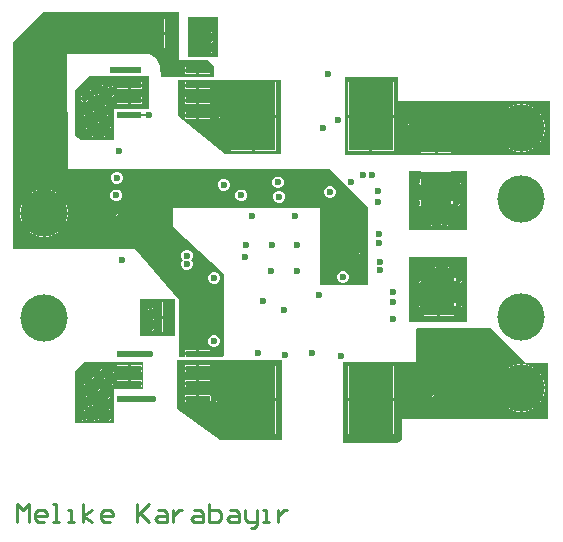
<source format=gtl>
G04*
G04 #@! TF.GenerationSoftware,Altium Limited,Altium Designer,23.3.1 (30)*
G04*
G04 Layer_Physical_Order=1*
G04 Layer_Color=255*
%FSLAX44Y44*%
%MOMM*%
G71*
G04*
G04 #@! TF.SameCoordinates,8D2347DA-786F-44A1-B396-5F802EE38B7C*
G04*
G04*
G04 #@! TF.FilePolarity,Positive*
G04*
G01*
G75*
%ADD10C,0.2000*%
%ADD11C,0.2540*%
%ADD12R,2.1000X0.6000*%
%ADD13R,0.9000X2.5000*%
%ADD14R,3.8500X5.8000*%
%ADD15R,2.5500X3.7500*%
%ADD22C,0.5000*%
%ADD23C,4.0000*%
%ADD24C,0.6000*%
G36*
X193000Y420000D02*
X185197D01*
X185000Y420039D01*
X168000D01*
Y454000D01*
X193000D01*
Y420000D01*
D02*
G37*
G36*
X160000Y433000D02*
Y418000D01*
X185000D01*
X190000Y413000D01*
Y403039D01*
X164000D01*
X163803Y403000D01*
X145000D01*
X144259Y413000D01*
X140457Y419023D01*
X134384Y422875D01*
X125000Y423000D01*
X65000Y423000D01*
X66355Y325034D01*
X287966D01*
X301711Y311289D01*
X301761Y311168D01*
X303168Y309761D01*
X303289Y309711D01*
X320000Y293000D01*
Y227000D01*
X280000D01*
Y293000D01*
X278725Y291992D01*
X155000D01*
Y276000D01*
X197956Y236222D01*
X198185Y167456D01*
X196773Y166039D01*
X188496D01*
X186500Y166050D01*
X186500Y167780D01*
X165500D01*
Y166050D01*
X163505Y166039D01*
X160000D01*
Y198000D01*
X160000Y214364D01*
X123077Y258000D01*
X20000D01*
Y433000D01*
X45000Y458000D01*
X160000D01*
Y433000D01*
D02*
G37*
G36*
X135000Y376000D02*
X105000D01*
X105000Y350000D01*
X77500D01*
X72000Y353667D01*
Y392000D01*
X84000Y404000D01*
X135000D01*
Y376000D01*
D02*
G37*
G36*
X246500Y337750D02*
X198730D01*
X159750Y370579D01*
Y400961D01*
X163803D01*
X164000Y401000D01*
X164201D01*
X246500D01*
Y337750D01*
D02*
G37*
G36*
X346000Y383000D02*
X474000D01*
Y337000D01*
X301000D01*
Y403000D01*
X346000D01*
Y383000D01*
D02*
G37*
G36*
X404000Y274000D02*
X355000D01*
Y324000D01*
X365202D01*
X365250Y322750D01*
X365250Y322730D01*
Y317789D01*
X363980Y317263D01*
X363699Y317543D01*
X363270Y317721D01*
Y315000D01*
Y312279D01*
X363699Y312457D01*
X363980Y312737D01*
X365250Y312211D01*
Y305270D01*
X378000D01*
X390750D01*
Y322730D01*
X390750Y322750D01*
X390798Y324000D01*
X404000D01*
Y274000D01*
D02*
G37*
G36*
X404000Y196000D02*
X355000D01*
Y251000D01*
X404000D01*
Y196000D01*
D02*
G37*
G36*
X157000Y214752D02*
Y184000D01*
X127000D01*
Y215000D01*
X156790D01*
X157000Y214752D01*
D02*
G37*
G36*
X247168Y163761D02*
X247500Y163624D01*
Y96000D01*
X194500D01*
X158500Y122000D01*
Y164000D01*
X196777D01*
X196777Y164000D01*
X196777Y164000D01*
X246929D01*
X247168Y163761D01*
D02*
G37*
G36*
X130000Y139000D02*
X105000D01*
Y110000D01*
X72500Y110000D01*
Y154500D01*
X80000Y162000D01*
X130000D01*
Y139000D01*
D02*
G37*
G36*
X454000Y161000D02*
X473000D01*
Y114000D01*
X349000D01*
Y96000D01*
X345000Y93000D01*
X299000D01*
Y162000D01*
X361000D01*
Y190000D01*
X362000Y191000D01*
X424000D01*
X454000Y161000D01*
D02*
G37*
%LPC*%
G36*
X187270Y445721D02*
Y444270D01*
X188721D01*
X188543Y444699D01*
X187699Y445543D01*
X187270Y445721D01*
D02*
G37*
G36*
X184730D02*
X184301Y445543D01*
X183457Y444699D01*
X183279Y444270D01*
X184730D01*
Y445721D01*
D02*
G37*
G36*
X179000Y452500D02*
X175770D01*
Y441270D01*
X179000D01*
Y452500D01*
D02*
G37*
G36*
X173230D02*
X170000D01*
Y441270D01*
X173230D01*
Y452500D01*
D02*
G37*
G36*
X188721Y441730D02*
X187270D01*
Y440279D01*
X187699Y440457D01*
X188543Y441301D01*
X188721Y441730D01*
D02*
G37*
G36*
X184730D02*
X183279D01*
X183457Y441301D01*
X184301Y440457D01*
X184730Y440279D01*
Y441730D01*
D02*
G37*
G36*
X187270Y437721D02*
Y436270D01*
X188721D01*
X188543Y436699D01*
X187699Y437543D01*
X187270Y437721D01*
D02*
G37*
G36*
X184730D02*
X184301Y437543D01*
X183457Y436699D01*
X183279Y436270D01*
X184730D01*
Y437721D01*
D02*
G37*
G36*
X188721Y433730D02*
X187270D01*
Y432279D01*
X187699Y432457D01*
X188543Y433301D01*
X188721Y433730D01*
D02*
G37*
G36*
X184730D02*
X183279D01*
X183457Y433301D01*
X184301Y432457D01*
X184730Y432279D01*
Y433730D01*
D02*
G37*
G36*
X179000Y438730D02*
X175770D01*
Y427500D01*
X179000D01*
Y438730D01*
D02*
G37*
G36*
X173230D02*
X170000D01*
Y427500D01*
X173230D01*
Y438730D01*
D02*
G37*
G36*
X187270Y428721D02*
Y427270D01*
X188721D01*
X188543Y427699D01*
X187699Y428543D01*
X187270Y428721D01*
D02*
G37*
G36*
X184730D02*
X184301Y428543D01*
X183457Y427699D01*
X183279Y427270D01*
X184730D01*
Y428721D01*
D02*
G37*
G36*
X188721Y424730D02*
X187270D01*
Y423279D01*
X187699Y423457D01*
X188543Y424301D01*
X188721Y424730D01*
D02*
G37*
G36*
X184730D02*
X183279D01*
X183457Y424301D01*
X184301Y423457D01*
X184730Y423279D01*
Y424730D01*
D02*
G37*
G36*
X148000Y452500D02*
X144770D01*
Y441270D01*
X148000D01*
Y452500D01*
D02*
G37*
G36*
X142230D02*
X139000D01*
Y441270D01*
X142230D01*
Y452500D01*
D02*
G37*
G36*
X148000Y438730D02*
X144770D01*
Y427500D01*
X148000D01*
Y438730D01*
D02*
G37*
G36*
X142230D02*
X139000D01*
Y427500D01*
X142230D01*
Y438730D01*
D02*
G37*
G36*
X186500Y412000D02*
X177270D01*
Y410270D01*
X186500D01*
Y412000D01*
D02*
G37*
G36*
X174730D02*
X165500D01*
Y410270D01*
X174730D01*
Y412000D01*
D02*
G37*
G36*
X186500Y407730D02*
X177270D01*
Y406000D01*
X186500D01*
Y407730D01*
D02*
G37*
G36*
X174730D02*
X165500D01*
Y406000D01*
X174730D01*
Y407730D01*
D02*
G37*
G36*
X108495Y323000D02*
X106505D01*
X104668Y322239D01*
X103261Y320832D01*
X102500Y318995D01*
Y317005D01*
X103261Y315168D01*
X104668Y313761D01*
X106505Y313000D01*
X108495D01*
X110332Y313761D01*
X111739Y315168D01*
X112500Y317005D01*
Y318995D01*
X111739Y320832D01*
X110332Y322239D01*
X108495Y323000D01*
D02*
G37*
G36*
X244995Y319000D02*
X243005D01*
X241168Y318239D01*
X239761Y316832D01*
X239000Y314995D01*
Y313005D01*
X239761Y311168D01*
X241168Y309761D01*
X243005Y309000D01*
X244995D01*
X246832Y309761D01*
X248239Y311168D01*
X249000Y313005D01*
Y314995D01*
X248239Y316832D01*
X246832Y318239D01*
X244995Y319000D01*
D02*
G37*
G36*
X198995Y317000D02*
X197005D01*
X195168Y316239D01*
X193761Y314832D01*
X193000Y312995D01*
Y311005D01*
X193761Y309168D01*
X195168Y307761D01*
X197005Y307000D01*
X198995D01*
X200832Y307761D01*
X202239Y309168D01*
X203000Y311005D01*
Y312995D01*
X202239Y314832D01*
X200832Y316239D01*
X198995Y317000D01*
D02*
G37*
G36*
X288995Y311000D02*
X287005D01*
X285168Y310239D01*
X283761Y308832D01*
X283000Y306995D01*
Y305005D01*
X283761Y303168D01*
X285168Y301761D01*
X287005Y301000D01*
X288995D01*
X290832Y301761D01*
X292239Y303168D01*
X293000Y305005D01*
Y306995D01*
X292239Y308832D01*
X290832Y310239D01*
X288995Y311000D01*
D02*
G37*
G36*
X213995Y308000D02*
X212005D01*
X210168Y307239D01*
X208761Y305832D01*
X208000Y303995D01*
Y302005D01*
X208761Y300168D01*
X210168Y298761D01*
X212005Y298000D01*
X213995D01*
X215832Y298761D01*
X217239Y300168D01*
X218000Y302005D01*
Y303995D01*
X217239Y305832D01*
X215832Y307239D01*
X213995Y308000D01*
D02*
G37*
G36*
X107995D02*
X106005D01*
X104168Y307239D01*
X102761Y305832D01*
X102000Y303995D01*
Y302005D01*
X102761Y300168D01*
X104168Y298761D01*
X106005Y298000D01*
X107995D01*
X109832Y298761D01*
X111239Y300168D01*
X112000Y302005D01*
Y303995D01*
X111239Y305832D01*
X109832Y307239D01*
X107995Y308000D01*
D02*
G37*
G36*
X245995Y307000D02*
X244005D01*
X242168Y306239D01*
X240761Y304832D01*
X240000Y302995D01*
Y301005D01*
X240761Y299168D01*
X242168Y297761D01*
X244005Y297000D01*
X245995D01*
X247832Y297761D01*
X249239Y299168D01*
X250000Y301005D01*
Y302995D01*
X249239Y304832D01*
X247832Y306239D01*
X245995Y307000D01*
D02*
G37*
G36*
X106770Y291221D02*
Y289770D01*
X108221D01*
X108043Y290199D01*
X107199Y291043D01*
X106770Y291221D01*
D02*
G37*
G36*
X104230D02*
X103801Y291043D01*
X102957Y290199D01*
X102779Y289770D01*
X104230D01*
Y291221D01*
D02*
G37*
G36*
X47970Y308000D02*
X47270D01*
Y289270D01*
X66000D01*
Y289970D01*
X65231Y293834D01*
X63724Y297474D01*
X61535Y300749D01*
X58749Y303535D01*
X55473Y305724D01*
X51834Y307231D01*
X47970Y308000D01*
D02*
G37*
G36*
X44730D02*
X44030D01*
X40166Y307231D01*
X36527Y305724D01*
X33251Y303535D01*
X30465Y300749D01*
X28276Y297474D01*
X26769Y293834D01*
X26000Y289970D01*
Y289270D01*
X44730D01*
Y308000D01*
D02*
G37*
G36*
X108221Y287230D02*
X106770D01*
Y285779D01*
X107199Y285957D01*
X108043Y286801D01*
X108221Y287230D01*
D02*
G37*
G36*
X104230D02*
X102779D01*
X102957Y286801D01*
X103801Y285957D01*
X104230Y285779D01*
Y287230D01*
D02*
G37*
G36*
X66000Y286730D02*
X47270D01*
Y268000D01*
X47970D01*
X51834Y268769D01*
X55473Y270276D01*
X58749Y272465D01*
X61535Y275251D01*
X63724Y278526D01*
X65231Y282166D01*
X66000Y286030D01*
Y286730D01*
D02*
G37*
G36*
X44730D02*
X26000D01*
Y286030D01*
X26769Y282166D01*
X28276Y278526D01*
X30465Y275251D01*
X33251Y272465D01*
X36527Y270276D01*
X40166Y268769D01*
X44030Y268000D01*
X44730D01*
Y286730D01*
D02*
G37*
G36*
X312270Y258721D02*
Y257270D01*
X313721D01*
X313543Y257699D01*
X312699Y258543D01*
X312270Y258721D01*
D02*
G37*
G36*
X309730D02*
X309301Y258543D01*
X308457Y257699D01*
X308279Y257270D01*
X309730D01*
Y258721D01*
D02*
G37*
G36*
X313721Y254730D02*
X312270D01*
Y253279D01*
X312699Y253457D01*
X313543Y254301D01*
X313721Y254730D01*
D02*
G37*
G36*
X309730D02*
X308279D01*
X308457Y254301D01*
X309301Y253457D01*
X309730Y253279D01*
Y254730D01*
D02*
G37*
G36*
X167745Y257000D02*
X165756D01*
X163918Y256239D01*
X162511Y254832D01*
X161750Y252995D01*
Y251005D01*
X162511Y249168D01*
X163179Y248500D01*
X162511Y247832D01*
X161750Y245995D01*
Y244006D01*
X162511Y242168D01*
X163918Y240761D01*
X165756Y240000D01*
X167745D01*
X169582Y240761D01*
X170989Y242168D01*
X171750Y244006D01*
Y245995D01*
X170989Y247832D01*
X170321Y248500D01*
X170989Y249168D01*
X171750Y251005D01*
Y252995D01*
X170989Y254832D01*
X169582Y256239D01*
X167745Y257000D01*
D02*
G37*
G36*
X299995Y239000D02*
X298005D01*
X296168Y238239D01*
X294761Y236832D01*
X294000Y234995D01*
Y233005D01*
X294761Y231168D01*
X296168Y229761D01*
X298005Y229000D01*
X299995D01*
X301832Y229761D01*
X303239Y231168D01*
X304000Y233005D01*
Y234995D01*
X303239Y236832D01*
X301832Y238239D01*
X299995Y239000D01*
D02*
G37*
G36*
X190995Y238000D02*
X189005D01*
X187168Y237239D01*
X185761Y235832D01*
X185000Y233995D01*
Y232005D01*
X185761Y230168D01*
X187168Y228761D01*
X189005Y228000D01*
X190995D01*
X192832Y228761D01*
X194239Y230168D01*
X195000Y232005D01*
Y233995D01*
X194239Y235832D01*
X192832Y237239D01*
X190995Y238000D01*
D02*
G37*
G36*
X186000Y212500D02*
X182770D01*
Y201270D01*
X186000D01*
Y212500D01*
D02*
G37*
G36*
X180230D02*
X177000D01*
Y201270D01*
X180230D01*
Y212500D01*
D02*
G37*
G36*
X186000Y198730D02*
X182770D01*
Y187500D01*
X186000D01*
Y198730D01*
D02*
G37*
G36*
X180230D02*
X177000D01*
Y187500D01*
X180230D01*
Y198730D01*
D02*
G37*
G36*
X190745Y184500D02*
X188755D01*
X186918Y183739D01*
X185511Y182332D01*
X184750Y180495D01*
Y178505D01*
X185511Y176668D01*
X186918Y175261D01*
X188755Y174500D01*
X190745D01*
X192582Y175261D01*
X193989Y176668D01*
X194750Y178505D01*
Y180495D01*
X193989Y182332D01*
X192582Y183739D01*
X190745Y184500D01*
D02*
G37*
G36*
X186500Y172050D02*
X177270D01*
Y170320D01*
X186500D01*
Y172050D01*
D02*
G37*
G36*
X174730D02*
X165500D01*
Y170320D01*
X174730D01*
Y172050D01*
D02*
G37*
G36*
X94270Y400721D02*
Y399270D01*
X95721D01*
X95543Y399699D01*
X94699Y400543D01*
X94270Y400721D01*
D02*
G37*
G36*
X91730D02*
X91301Y400543D01*
X90457Y399699D01*
X90279Y399270D01*
X91730D01*
Y400721D01*
D02*
G37*
G36*
X103270Y399721D02*
Y398270D01*
X104721D01*
X104543Y398699D01*
X103699Y399543D01*
X103270Y399721D01*
D02*
G37*
G36*
X100730D02*
X100301Y399543D01*
X99457Y398699D01*
X99279Y398270D01*
X100730D01*
Y399721D01*
D02*
G37*
G36*
X128500Y399300D02*
X119270D01*
Y397570D01*
X128500D01*
Y399300D01*
D02*
G37*
G36*
X116730D02*
X107500D01*
Y397570D01*
X116730D01*
Y399300D01*
D02*
G37*
G36*
X95721Y396730D02*
X94270D01*
Y395279D01*
X94699Y395457D01*
X95543Y396301D01*
X95721Y396730D01*
D02*
G37*
G36*
X91730D02*
X90279D01*
X90457Y396301D01*
X91301Y395457D01*
X91730Y395279D01*
Y396730D01*
D02*
G37*
G36*
X84270Y396721D02*
Y395270D01*
X85721D01*
X85543Y395699D01*
X84699Y396543D01*
X84270Y396721D01*
D02*
G37*
G36*
X81730D02*
X81301Y396543D01*
X80457Y395699D01*
X80279Y395270D01*
X81730D01*
Y396721D01*
D02*
G37*
G36*
X104721Y395730D02*
X103270D01*
Y394279D01*
X103699Y394457D01*
X104543Y395301D01*
X104721Y395730D01*
D02*
G37*
G36*
X100730D02*
X99279D01*
X99457Y395301D01*
X100301Y394457D01*
X100730Y394279D01*
Y395730D01*
D02*
G37*
G36*
X128500Y395030D02*
X119270D01*
Y393300D01*
X128500D01*
Y395030D01*
D02*
G37*
G36*
X116730D02*
X107500D01*
Y393300D01*
X116730D01*
Y395030D01*
D02*
G37*
G36*
X91460Y392933D02*
Y391482D01*
X92911D01*
X92733Y391911D01*
X91889Y392755D01*
X91460Y392933D01*
D02*
G37*
G36*
X88919D02*
X88490Y392755D01*
X87646Y391911D01*
X87468Y391482D01*
X88919D01*
Y392933D01*
D02*
G37*
G36*
X85721Y392730D02*
X84270D01*
Y391279D01*
X84699Y391457D01*
X85543Y392301D01*
X85721Y392730D01*
D02*
G37*
G36*
X81730D02*
X80279D01*
X80457Y392301D01*
X81301Y391457D01*
X81730Y391279D01*
Y392730D01*
D02*
G37*
G36*
X103297Y391638D02*
Y390187D01*
X104748D01*
X104570Y390617D01*
X103726Y391461D01*
X103297Y391638D01*
D02*
G37*
G36*
X100757D02*
X100328Y391461D01*
X99483Y390617D01*
X99306Y390187D01*
X100757D01*
Y391638D01*
D02*
G37*
G36*
X92911Y388942D02*
X91460D01*
Y387491D01*
X91889Y387669D01*
X92733Y388513D01*
X92911Y388942D01*
D02*
G37*
G36*
X88919D02*
X87468D01*
X87646Y388513D01*
X88490Y387669D01*
X88919Y387491D01*
Y388942D01*
D02*
G37*
G36*
X81460Y387933D02*
Y386482D01*
X82911D01*
X82733Y386911D01*
X81889Y387755D01*
X81460Y387933D01*
D02*
G37*
G36*
X78920D02*
X78490Y387755D01*
X77646Y386911D01*
X77468Y386482D01*
X78920D01*
Y387933D01*
D02*
G37*
G36*
X104748Y387647D02*
X103297D01*
Y386196D01*
X103726Y386374D01*
X104570Y387218D01*
X104748Y387647D01*
D02*
G37*
G36*
X100757D02*
X99306D01*
X99483Y387218D01*
X100328Y386374D01*
X100757Y386196D01*
Y387647D01*
D02*
G37*
G36*
X128500Y386600D02*
X119270D01*
Y384870D01*
X128500D01*
Y386600D01*
D02*
G37*
G36*
X116730D02*
X107500D01*
Y384870D01*
X116730D01*
Y386600D01*
D02*
G37*
G36*
X82911Y383942D02*
X81460D01*
Y382491D01*
X81889Y382669D01*
X82733Y383512D01*
X82911Y383942D01*
D02*
G37*
G36*
X78920D02*
X77468D01*
X77646Y383512D01*
X78490Y382669D01*
X78920Y382491D01*
Y383942D01*
D02*
G37*
G36*
X97459Y383933D02*
Y382482D01*
X98911D01*
X98733Y382911D01*
X97889Y383755D01*
X97459Y383933D01*
D02*
G37*
G36*
X94920D02*
X94490Y383755D01*
X93646Y382911D01*
X93468Y382482D01*
X94920D01*
Y383933D01*
D02*
G37*
G36*
X128500Y382330D02*
X119270D01*
Y380600D01*
X128500D01*
Y382330D01*
D02*
G37*
G36*
X116730D02*
X107500D01*
Y380600D01*
X116730D01*
Y382330D01*
D02*
G37*
G36*
X98911Y379942D02*
X97459D01*
Y378491D01*
X97889Y378669D01*
X98733Y379513D01*
X98911Y379942D01*
D02*
G37*
G36*
X94920D02*
X93468D01*
X93646Y379513D01*
X94490Y378669D01*
X94920Y378491D01*
Y379942D01*
D02*
G37*
G36*
X87270Y378721D02*
Y377270D01*
X88721D01*
X88543Y377699D01*
X87699Y378543D01*
X87270Y378721D01*
D02*
G37*
G36*
X84730D02*
X84301Y378543D01*
X83457Y377699D01*
X83279Y377270D01*
X84730D01*
Y378721D01*
D02*
G37*
G36*
X79270Y375721D02*
Y374270D01*
X80721D01*
X80543Y374699D01*
X79699Y375543D01*
X79270Y375721D01*
D02*
G37*
G36*
X76730D02*
X76301Y375543D01*
X75457Y374699D01*
X75279Y374270D01*
X76730D01*
Y375721D01*
D02*
G37*
G36*
X98429Y375446D02*
Y373995D01*
X99880D01*
X99702Y374424D01*
X98858Y375268D01*
X98429Y375446D01*
D02*
G37*
G36*
X95889D02*
X95459Y375268D01*
X94615Y374424D01*
X94437Y373995D01*
X95889D01*
Y375446D01*
D02*
G37*
G36*
X88721Y374730D02*
X87270D01*
Y373279D01*
X87699Y373457D01*
X88543Y374301D01*
X88721Y374730D01*
D02*
G37*
G36*
X84730D02*
X83279D01*
X83457Y374301D01*
X84301Y373457D01*
X84730Y373279D01*
Y374730D01*
D02*
G37*
G36*
X80721Y371730D02*
X79270D01*
Y370279D01*
X79699Y370457D01*
X80543Y371301D01*
X80721Y371730D01*
D02*
G37*
G36*
X76730D02*
X75279D01*
X75457Y371301D01*
X76301Y370457D01*
X76730Y370279D01*
Y371730D01*
D02*
G37*
G36*
X99880Y371455D02*
X98429D01*
Y370004D01*
X98858Y370181D01*
X99702Y371025D01*
X99880Y371455D01*
D02*
G37*
G36*
X95889D02*
X94437D01*
X94615Y371025D01*
X95459Y370181D01*
X95889Y370004D01*
Y371455D01*
D02*
G37*
G36*
X91250Y369594D02*
Y368143D01*
X92701D01*
X92523Y368573D01*
X91679Y369417D01*
X91250Y369594D01*
D02*
G37*
G36*
X88710D02*
X88280Y369417D01*
X87437Y368573D01*
X87259Y368143D01*
X88710D01*
Y369594D01*
D02*
G37*
G36*
X101270Y365721D02*
Y364270D01*
X102721D01*
X102543Y364699D01*
X101699Y365543D01*
X101270Y365721D01*
D02*
G37*
G36*
X98730D02*
X98301Y365543D01*
X97457Y364699D01*
X97279Y364270D01*
X98730D01*
Y365721D01*
D02*
G37*
G36*
X92701Y365603D02*
X91250D01*
Y364152D01*
X91679Y364330D01*
X92523Y365174D01*
X92701Y365603D01*
D02*
G37*
G36*
X88710D02*
X87259D01*
X87437Y365174D01*
X88280Y364330D01*
X88710Y364152D01*
Y365603D01*
D02*
G37*
G36*
X81250Y364594D02*
Y363143D01*
X82701D01*
X82523Y363573D01*
X81679Y364417D01*
X81250Y364594D01*
D02*
G37*
G36*
X78710D02*
X78281Y364417D01*
X77437Y363573D01*
X77259Y363143D01*
X78710D01*
Y364594D01*
D02*
G37*
G36*
X102721Y361730D02*
X101270D01*
Y360279D01*
X101699Y360457D01*
X102543Y361301D01*
X102721Y361730D01*
D02*
G37*
G36*
X98730D02*
X97279D01*
X97457Y361301D01*
X98301Y360457D01*
X98730Y360279D01*
Y361730D01*
D02*
G37*
G36*
X82701Y360603D02*
X81250D01*
Y359152D01*
X81679Y359330D01*
X82523Y360174D01*
X82701Y360603D01*
D02*
G37*
G36*
X78710D02*
X77259D01*
X77437Y360174D01*
X78281Y359330D01*
X78710Y359152D01*
Y360603D01*
D02*
G37*
G36*
X96270Y357721D02*
Y356270D01*
X97721D01*
X97543Y356699D01*
X96699Y357543D01*
X96270Y357721D01*
D02*
G37*
G36*
X93730D02*
X93301Y357543D01*
X92457Y356699D01*
X92279Y356270D01*
X93730D01*
Y357721D01*
D02*
G37*
G36*
X86270D02*
Y356270D01*
X87721D01*
X87543Y356699D01*
X86699Y357543D01*
X86270Y357721D01*
D02*
G37*
G36*
X83730D02*
X83301Y357543D01*
X82457Y356699D01*
X82279Y356270D01*
X83730D01*
Y357721D01*
D02*
G37*
G36*
X97721Y353730D02*
X96270D01*
Y352279D01*
X96699Y352457D01*
X97543Y353301D01*
X97721Y353730D01*
D02*
G37*
G36*
X93730D02*
X92279D01*
X92457Y353301D01*
X93301Y352457D01*
X93730Y352279D01*
Y353730D01*
D02*
G37*
G36*
X87721D02*
X86270D01*
Y352279D01*
X86699Y352457D01*
X87543Y353301D01*
X87721Y353730D01*
D02*
G37*
G36*
X83730D02*
X82279D01*
X82457Y353301D01*
X83301Y352457D01*
X83730Y352279D01*
Y353730D01*
D02*
G37*
G36*
X186500Y399300D02*
X177270D01*
Y397570D01*
X186500D01*
Y399300D01*
D02*
G37*
G36*
X174730D02*
X165500D01*
Y397570D01*
X174730D01*
Y399300D01*
D02*
G37*
G36*
X186500Y395030D02*
X177270D01*
Y393300D01*
X186500D01*
Y395030D01*
D02*
G37*
G36*
X174730D02*
X165500D01*
Y393300D01*
X174730D01*
Y395030D01*
D02*
G37*
G36*
X186500Y386600D02*
X177270D01*
Y384870D01*
X186500D01*
Y386600D01*
D02*
G37*
G36*
X174730D02*
X165500D01*
Y384870D01*
X174730D01*
Y386600D01*
D02*
G37*
G36*
X186500Y382330D02*
X177270D01*
Y380600D01*
X186500D01*
Y382330D01*
D02*
G37*
G36*
X174730D02*
X165500D01*
Y380600D01*
X174730D01*
Y382330D01*
D02*
G37*
G36*
X193270Y373721D02*
Y372270D01*
X194721D01*
X194543Y372699D01*
X193699Y373543D01*
X193270Y373721D01*
D02*
G37*
G36*
X190730D02*
X190301Y373543D01*
X189457Y372699D01*
X189279Y372270D01*
X190730D01*
Y373721D01*
D02*
G37*
G36*
X186500Y373900D02*
X177270D01*
Y372170D01*
X186500D01*
Y373900D01*
D02*
G37*
G36*
X174730D02*
X165500D01*
Y372170D01*
X174730D01*
Y373900D01*
D02*
G37*
G36*
X242500Y399000D02*
X224520D01*
Y371270D01*
X242500D01*
Y399000D01*
D02*
G37*
G36*
X221980D02*
X204000D01*
Y371270D01*
X221980D01*
Y399000D01*
D02*
G37*
G36*
X194721Y369730D02*
X193270D01*
Y368279D01*
X193699Y368457D01*
X194543Y369301D01*
X194721Y369730D01*
D02*
G37*
G36*
X190730D02*
X189279D01*
X189457Y369301D01*
X190301Y368457D01*
X190730Y368279D01*
Y369730D01*
D02*
G37*
G36*
X186500Y369630D02*
X177270D01*
Y367900D01*
X186500D01*
Y369630D01*
D02*
G37*
G36*
X174730D02*
X165500D01*
Y367900D01*
X174730D01*
Y369630D01*
D02*
G37*
G36*
X242500Y368730D02*
X224520D01*
Y341000D01*
X242500D01*
Y368730D01*
D02*
G37*
G36*
X221980D02*
X204000D01*
Y341000D01*
X221980D01*
Y368730D01*
D02*
G37*
G36*
X342000Y399000D02*
X324020D01*
Y371270D01*
X342000D01*
Y399000D01*
D02*
G37*
G36*
X321480D02*
X303500D01*
Y371270D01*
X321480D01*
Y399000D01*
D02*
G37*
G36*
X353270Y367721D02*
Y366270D01*
X354721D01*
X354543Y366699D01*
X353699Y367543D01*
X353270Y367721D01*
D02*
G37*
G36*
X350730D02*
X350301Y367543D01*
X349457Y366699D01*
X349279Y366270D01*
X350730D01*
Y367721D01*
D02*
G37*
G36*
X354721Y363730D02*
X353270D01*
Y362279D01*
X353699Y362457D01*
X354543Y363301D01*
X354721Y363730D01*
D02*
G37*
G36*
X350730D02*
X349279D01*
X349457Y363301D01*
X350301Y362457D01*
X350730Y362279D01*
Y363730D01*
D02*
G37*
G36*
X451970Y380000D02*
X451270D01*
Y361270D01*
X470000D01*
Y361970D01*
X469231Y365834D01*
X467724Y369473D01*
X465535Y372749D01*
X462749Y375535D01*
X459473Y377724D01*
X455834Y379231D01*
X451970Y380000D01*
D02*
G37*
G36*
X448730D02*
X448030D01*
X444166Y379231D01*
X440526Y377724D01*
X437251Y375535D01*
X434465Y372749D01*
X432276Y369473D01*
X430769Y365834D01*
X430000Y361970D01*
Y361270D01*
X448730D01*
Y380000D01*
D02*
G37*
G36*
X390750Y376750D02*
X379270D01*
Y359270D01*
X390750D01*
Y376750D01*
D02*
G37*
G36*
X376730D02*
X365250D01*
Y359270D01*
X376730D01*
Y376750D01*
D02*
G37*
G36*
X342000Y368730D02*
X324020D01*
Y341000D01*
X342000D01*
Y368730D01*
D02*
G37*
G36*
X321480D02*
X303500D01*
Y341000D01*
X321480D01*
Y368730D01*
D02*
G37*
G36*
X470000Y358730D02*
X451270D01*
Y340000D01*
X451970D01*
X455834Y340769D01*
X459473Y342276D01*
X462749Y344465D01*
X465535Y347251D01*
X467724Y350527D01*
X469231Y354166D01*
X470000Y358030D01*
Y358730D01*
D02*
G37*
G36*
X448730D02*
X430000D01*
Y358030D01*
X430769Y354166D01*
X432276Y350527D01*
X434465Y347251D01*
X437251Y344465D01*
X440526Y342276D01*
X444166Y340769D01*
X448030Y340000D01*
X448730D01*
Y358730D01*
D02*
G37*
G36*
X390750Y356730D02*
X379270D01*
Y339250D01*
X390750D01*
Y356730D01*
D02*
G37*
G36*
X376730D02*
X365250D01*
Y339250D01*
X376730D01*
Y356730D01*
D02*
G37*
G36*
X397270Y317721D02*
Y316270D01*
X398721D01*
X398543Y316699D01*
X397699Y317543D01*
X397270Y317721D01*
D02*
G37*
G36*
X394730D02*
X394301Y317543D01*
X393457Y316699D01*
X393279Y316270D01*
X394730D01*
Y317721D01*
D02*
G37*
G36*
X360730D02*
X360301Y317543D01*
X359457Y316699D01*
X359279Y316270D01*
X360730D01*
Y317721D01*
D02*
G37*
G36*
X398721Y313730D02*
X397270D01*
Y312279D01*
X397699Y312457D01*
X398543Y313301D01*
X398721Y313730D01*
D02*
G37*
G36*
X394730D02*
X393279D01*
X393457Y313301D01*
X394301Y312457D01*
X394730Y312279D01*
Y313730D01*
D02*
G37*
G36*
X360730D02*
X359279D01*
X359457Y313301D01*
X360301Y312457D01*
X360730Y312279D01*
Y313730D01*
D02*
G37*
G36*
X376730Y302730D02*
X365250D01*
Y299789D01*
X363980Y299263D01*
X363699Y299543D01*
X363270Y299721D01*
Y297000D01*
Y294279D01*
X363699Y294457D01*
X363980Y294737D01*
X365250Y294211D01*
Y285250D01*
X376730D01*
Y302730D01*
D02*
G37*
G36*
X396270Y299721D02*
Y298270D01*
X397721D01*
X397543Y298699D01*
X396699Y299543D01*
X396270Y299721D01*
D02*
G37*
G36*
X360730D02*
X360301Y299543D01*
X359457Y298699D01*
X359279Y298270D01*
X360730D01*
Y299721D01*
D02*
G37*
G36*
X397721Y295730D02*
X396270D01*
Y294279D01*
X396699Y294457D01*
X397543Y295301D01*
X397721Y295730D01*
D02*
G37*
G36*
X390750Y302730D02*
X379270D01*
Y285250D01*
X390750D01*
Y295197D01*
X390997Y296364D01*
X392000Y296403D01*
X392457Y295301D01*
X393301Y294457D01*
X393730Y294279D01*
Y297000D01*
Y299721D01*
X393301Y299543D01*
X392457Y298699D01*
X392000Y297597D01*
X390997Y297635D01*
X390750Y298803D01*
Y302730D01*
D02*
G37*
G36*
X360730Y295730D02*
X359279D01*
X359457Y295301D01*
X360301Y294457D01*
X360730Y294279D01*
Y295730D01*
D02*
G37*
G36*
X386270Y282721D02*
Y281270D01*
X387721D01*
X387543Y281699D01*
X386699Y282543D01*
X386270Y282721D01*
D02*
G37*
G36*
X383730D02*
X383301Y282543D01*
X382457Y281699D01*
X382279Y281270D01*
X383730D01*
Y282721D01*
D02*
G37*
G36*
X373270D02*
Y281270D01*
X374721D01*
X374543Y281699D01*
X373699Y282543D01*
X373270Y282721D01*
D02*
G37*
G36*
X370730D02*
X370301Y282543D01*
X369457Y281699D01*
X369279Y281270D01*
X370730D01*
Y282721D01*
D02*
G37*
G36*
X387721Y278730D02*
X386270D01*
Y277279D01*
X386699Y277457D01*
X387543Y278301D01*
X387721Y278730D01*
D02*
G37*
G36*
X383730D02*
X382279D01*
X382457Y278301D01*
X383301Y277457D01*
X383730Y277279D01*
Y278730D01*
D02*
G37*
G36*
X374721D02*
X373270D01*
Y277279D01*
X373699Y277457D01*
X374543Y278301D01*
X374721Y278730D01*
D02*
G37*
G36*
X370730D02*
X369279D01*
X369457Y278301D01*
X370301Y277457D01*
X370730Y277279D01*
Y278730D01*
D02*
G37*
G36*
X387270Y246721D02*
Y245270D01*
X388721D01*
X388543Y245699D01*
X387699Y246543D01*
X387270Y246721D01*
D02*
G37*
G36*
X384730D02*
X384301Y246543D01*
X383457Y245699D01*
X383279Y245270D01*
X384730D01*
Y246721D01*
D02*
G37*
G36*
X376270D02*
Y245270D01*
X377721D01*
X377543Y245699D01*
X376699Y246543D01*
X376270Y246721D01*
D02*
G37*
G36*
X373730D02*
X373301Y246543D01*
X372457Y245699D01*
X372279Y245270D01*
X373730D01*
Y246721D01*
D02*
G37*
G36*
X388721Y242730D02*
X387270D01*
Y241279D01*
X387699Y241457D01*
X388543Y242301D01*
X388721Y242730D01*
D02*
G37*
G36*
X384730D02*
X383279D01*
X383457Y242301D01*
X384301Y241457D01*
X384730Y241279D01*
Y242730D01*
D02*
G37*
G36*
X377721D02*
X376270D01*
Y241279D01*
X376699Y241457D01*
X377543Y242301D01*
X377721Y242730D01*
D02*
G37*
G36*
X373730D02*
X372279D01*
X372457Y242301D01*
X373301Y241457D01*
X373730Y241279D01*
Y242730D01*
D02*
G37*
G36*
X398270Y234721D02*
Y233270D01*
X399721D01*
X399543Y233699D01*
X398699Y234543D01*
X398270Y234721D01*
D02*
G37*
G36*
X363329Y234226D02*
Y232775D01*
X364780D01*
X364602Y233205D01*
X363758Y234049D01*
X363329Y234226D01*
D02*
G37*
G36*
X360789D02*
X360359Y234049D01*
X359515Y233205D01*
X359338Y232775D01*
X360789D01*
Y234226D01*
D02*
G37*
G36*
X399721Y230730D02*
X398270D01*
Y229279D01*
X398699Y229457D01*
X399543Y230301D01*
X399721Y230730D01*
D02*
G37*
G36*
X392750Y238750D02*
X381270D01*
Y221270D01*
X392750D01*
Y230197D01*
X392997Y231364D01*
X394000Y231403D01*
X394457Y230301D01*
X395301Y229457D01*
X395730Y229279D01*
Y232000D01*
Y234721D01*
X395301Y234543D01*
X394457Y233699D01*
X394000Y232597D01*
X392997Y232635D01*
X392750Y233803D01*
Y238750D01*
D02*
G37*
G36*
X364780Y230235D02*
X363329D01*
Y228784D01*
X363758Y228962D01*
X364602Y229806D01*
X364780Y230235D01*
D02*
G37*
G36*
X360789D02*
X359338D01*
X359515Y229806D01*
X360359Y228962D01*
X360789Y228784D01*
Y230235D01*
D02*
G37*
G36*
X378730Y238750D02*
X367250D01*
Y221270D01*
X378730D01*
Y238750D01*
D02*
G37*
G36*
X398270Y213721D02*
Y212270D01*
X399721D01*
X399543Y212699D01*
X398699Y213543D01*
X398270Y213721D01*
D02*
G37*
G36*
X363270D02*
Y212270D01*
X364721D01*
X364543Y212699D01*
X363699Y213543D01*
X363270Y213721D01*
D02*
G37*
G36*
X360730D02*
X360301Y213543D01*
X359457Y212699D01*
X359279Y212270D01*
X360730D01*
Y213721D01*
D02*
G37*
G36*
X399721Y209730D02*
X398270D01*
Y208279D01*
X398699Y208457D01*
X399543Y209301D01*
X399721Y209730D01*
D02*
G37*
G36*
X392750Y218730D02*
X381270D01*
Y201250D01*
X392750D01*
Y209197D01*
X392997Y210364D01*
X394000Y210403D01*
X394457Y209301D01*
X395301Y208457D01*
X395730Y208279D01*
Y211000D01*
Y213721D01*
X395301Y213543D01*
X394457Y212699D01*
X394000Y211597D01*
X392997Y211635D01*
X392750Y212803D01*
Y218730D01*
D02*
G37*
G36*
X364721Y209730D02*
X363270D01*
Y208279D01*
X363699Y208457D01*
X364543Y209301D01*
X364721Y209730D01*
D02*
G37*
G36*
X360730D02*
X359279D01*
X359457Y209301D01*
X360301Y208457D01*
X360730Y208279D01*
Y209730D01*
D02*
G37*
G36*
X378730Y218730D02*
X367250D01*
Y201250D01*
X378730D01*
Y218730D01*
D02*
G37*
G36*
X137270Y211721D02*
Y210270D01*
X138721D01*
X138543Y210699D01*
X137699Y211543D01*
X137270Y211721D01*
D02*
G37*
G36*
X134730D02*
X134301Y211543D01*
X133457Y210699D01*
X133279Y210270D01*
X134730D01*
Y211721D01*
D02*
G37*
G36*
X138721Y207730D02*
X137270D01*
Y206279D01*
X137699Y206457D01*
X138543Y207301D01*
X138721Y207730D01*
D02*
G37*
G36*
X134730D02*
X133279D01*
X133457Y207301D01*
X134301Y206457D01*
X134730Y206279D01*
Y207730D01*
D02*
G37*
G36*
X155000Y212500D02*
X151770D01*
Y201270D01*
X155000D01*
Y212500D01*
D02*
G37*
G36*
X149230D02*
X146000D01*
Y201270D01*
X149230D01*
Y212500D01*
D02*
G37*
G36*
X137550Y202721D02*
Y201270D01*
X139001D01*
X138823Y201699D01*
X137979Y202543D01*
X137550Y202721D01*
D02*
G37*
G36*
X135010D02*
X134581Y202543D01*
X133737Y201699D01*
X133559Y201270D01*
X135010D01*
Y202721D01*
D02*
G37*
G36*
X139001Y198730D02*
X137550D01*
Y197279D01*
X137979Y197457D01*
X138823Y198301D01*
X139001Y198730D01*
D02*
G37*
G36*
X135010D02*
X133559D01*
X133737Y198301D01*
X134581Y197457D01*
X135010Y197279D01*
Y198730D01*
D02*
G37*
G36*
X137270Y193721D02*
Y192270D01*
X138721D01*
X138543Y192699D01*
X137699Y193543D01*
X137270Y193721D01*
D02*
G37*
G36*
X134730D02*
X134301Y193543D01*
X133457Y192699D01*
X133279Y192270D01*
X134730D01*
Y193721D01*
D02*
G37*
G36*
X138721Y189730D02*
X137270D01*
Y188279D01*
X137699Y188457D01*
X138543Y189301D01*
X138721Y189730D01*
D02*
G37*
G36*
X134730D02*
X133279D01*
X133457Y189301D01*
X134301Y188457D01*
X134730Y188279D01*
Y189730D01*
D02*
G37*
G36*
X155000Y198730D02*
X151770D01*
Y187500D01*
X155000D01*
Y198730D01*
D02*
G37*
G36*
X149230D02*
X146000D01*
Y187500D01*
X149230D01*
Y198730D01*
D02*
G37*
G36*
X186500Y159350D02*
X177270D01*
Y157620D01*
X186500D01*
Y159350D01*
D02*
G37*
G36*
X174730D02*
X165500D01*
Y157620D01*
X174730D01*
Y159350D01*
D02*
G37*
G36*
X186500Y155080D02*
X177270D01*
Y153350D01*
X186500D01*
Y155080D01*
D02*
G37*
G36*
X174730D02*
X165500D01*
Y153350D01*
X174730D01*
Y155080D01*
D02*
G37*
G36*
X186500Y146650D02*
X177270D01*
Y144920D01*
X186500D01*
Y146650D01*
D02*
G37*
G36*
X174730D02*
X165500D01*
Y144920D01*
X174730D01*
Y146650D01*
D02*
G37*
G36*
X186500Y142380D02*
X177270D01*
Y140650D01*
X186500D01*
Y142380D01*
D02*
G37*
G36*
X174730D02*
X165500D01*
Y140650D01*
X174730D01*
Y142380D01*
D02*
G37*
G36*
X191270Y133721D02*
Y132270D01*
X192721D01*
X192543Y132699D01*
X191699Y133543D01*
X191270Y133721D01*
D02*
G37*
G36*
X174730Y133950D02*
X165500D01*
Y132220D01*
X174730D01*
Y133950D01*
D02*
G37*
G36*
X242500Y159000D02*
X224520D01*
Y131270D01*
X242500D01*
Y159000D01*
D02*
G37*
G36*
X221980D02*
X204000D01*
Y131270D01*
X221980D01*
Y159000D01*
D02*
G37*
G36*
X192721Y129730D02*
X191270D01*
Y128279D01*
X191699Y128457D01*
X192543Y129301D01*
X192721Y129730D01*
D02*
G37*
G36*
X186500Y133950D02*
X177270D01*
Y130950D01*
Y127950D01*
X186500D01*
Y128544D01*
X187770Y128987D01*
X188301Y128457D01*
X188730Y128279D01*
Y131000D01*
Y133721D01*
X188301Y133543D01*
X187770Y133013D01*
X186500Y133456D01*
Y133950D01*
D02*
G37*
G36*
X174730Y129680D02*
X165500D01*
Y127950D01*
X174730D01*
Y129680D01*
D02*
G37*
G36*
X242500Y128730D02*
X224520D01*
Y101000D01*
X242500D01*
Y128730D01*
D02*
G37*
G36*
X221980D02*
X204000D01*
Y101000D01*
X221980D01*
Y128730D01*
D02*
G37*
G36*
X93270Y159721D02*
Y158270D01*
X94721D01*
X94543Y158699D01*
X93699Y159543D01*
X93270Y159721D01*
D02*
G37*
G36*
X90730D02*
X90301Y159543D01*
X89457Y158699D01*
X89279Y158270D01*
X90730D01*
Y159721D01*
D02*
G37*
G36*
X128500Y159350D02*
X119270D01*
Y157620D01*
X128500D01*
Y159350D01*
D02*
G37*
G36*
X116730D02*
X107500D01*
Y157620D01*
X116730D01*
Y159350D01*
D02*
G37*
G36*
X104270Y157721D02*
Y156270D01*
X105721D01*
X105543Y156699D01*
X104699Y157543D01*
X104270Y157721D01*
D02*
G37*
G36*
X101730D02*
X101301Y157543D01*
X100457Y156699D01*
X100279Y156270D01*
X101730D01*
Y157721D01*
D02*
G37*
G36*
X94721Y155730D02*
X93270D01*
Y154279D01*
X93699Y154457D01*
X94543Y155301D01*
X94721Y155730D01*
D02*
G37*
G36*
X90730D02*
X89279D01*
X89457Y155301D01*
X90301Y154457D01*
X90730Y154279D01*
Y155730D01*
D02*
G37*
G36*
X128500Y155080D02*
X119270D01*
Y153350D01*
X128500D01*
Y155080D01*
D02*
G37*
G36*
X116730D02*
X107500D01*
Y153350D01*
X116730D01*
Y155080D01*
D02*
G37*
G36*
X105721Y153730D02*
X104270D01*
Y152279D01*
X104699Y152457D01*
X105543Y153301D01*
X105721Y153730D01*
D02*
G37*
G36*
X101730D02*
X100279D01*
X100457Y153301D01*
X101301Y152457D01*
X101730Y152279D01*
Y153730D01*
D02*
G37*
G36*
X96460Y152933D02*
Y151482D01*
X97911D01*
X97733Y151911D01*
X96889Y152755D01*
X96460Y152933D01*
D02*
G37*
G36*
X93919D02*
X93490Y152755D01*
X92646Y151911D01*
X92468Y151482D01*
X93919D01*
Y152933D01*
D02*
G37*
G36*
X86460D02*
Y151482D01*
X87911D01*
X87733Y151911D01*
X86889Y152755D01*
X86460Y152933D01*
D02*
G37*
G36*
X83919D02*
X83490Y152755D01*
X82646Y151911D01*
X82468Y151482D01*
X83919D01*
Y152933D01*
D02*
G37*
G36*
X97911Y148942D02*
X96460D01*
Y147491D01*
X96889Y147669D01*
X97733Y148513D01*
X97911Y148942D01*
D02*
G37*
G36*
X93919D02*
X92468D01*
X92646Y148513D01*
X93490Y147669D01*
X93919Y147491D01*
Y148942D01*
D02*
G37*
G36*
X87911D02*
X86460D01*
Y147491D01*
X86889Y147669D01*
X87733Y148513D01*
X87911Y148942D01*
D02*
G37*
G36*
X83919D02*
X82468D01*
X82646Y148513D01*
X83490Y147669D01*
X83919Y147491D01*
Y148942D01*
D02*
G37*
G36*
X103270Y147721D02*
Y146270D01*
X104721D01*
X104543Y146699D01*
X103699Y147543D01*
X103270Y147721D01*
D02*
G37*
G36*
X100730D02*
X100301Y147543D01*
X99457Y146699D01*
X99279Y146270D01*
X100730D01*
Y147721D01*
D02*
G37*
G36*
X79270D02*
Y146270D01*
X80721D01*
X80543Y146699D01*
X79699Y147543D01*
X79270Y147721D01*
D02*
G37*
G36*
X76730D02*
X76301Y147543D01*
X75457Y146699D01*
X75279Y146270D01*
X76730D01*
Y147721D01*
D02*
G37*
G36*
X128500Y146650D02*
X119270D01*
Y144920D01*
X128500D01*
Y146650D01*
D02*
G37*
G36*
X116730D02*
X107500D01*
Y144920D01*
X116730D01*
Y146650D01*
D02*
G37*
G36*
X104721Y143730D02*
X103270D01*
Y142279D01*
X103699Y142457D01*
X104543Y143301D01*
X104721Y143730D01*
D02*
G37*
G36*
X100730D02*
X99279D01*
X99457Y143301D01*
X100301Y142457D01*
X100730Y142279D01*
Y143730D01*
D02*
G37*
G36*
X80721D02*
X79270D01*
Y142279D01*
X79699Y142457D01*
X80543Y143301D01*
X80721Y143730D01*
D02*
G37*
G36*
X76730D02*
X75279D01*
X75457Y143301D01*
X76301Y142457D01*
X76730Y142279D01*
Y143730D01*
D02*
G37*
G36*
X91460Y142933D02*
Y141482D01*
X92911D01*
X92733Y141911D01*
X91889Y142755D01*
X91460Y142933D01*
D02*
G37*
G36*
X88919D02*
X88490Y142755D01*
X87646Y141911D01*
X87468Y141482D01*
X88919D01*
Y142933D01*
D02*
G37*
G36*
X128500Y142380D02*
X119270D01*
Y140650D01*
X128500D01*
Y142380D01*
D02*
G37*
G36*
X116730D02*
X107500D01*
Y140650D01*
X116730D01*
Y142380D01*
D02*
G37*
G36*
X92911Y138942D02*
X91460D01*
Y137491D01*
X91889Y137669D01*
X92733Y138512D01*
X92911Y138942D01*
D02*
G37*
G36*
X88919D02*
X87468D01*
X87646Y138512D01*
X88490Y137669D01*
X88919Y137491D01*
Y138942D01*
D02*
G37*
G36*
X81270Y137721D02*
Y136270D01*
X82721D01*
X82543Y136699D01*
X81699Y137543D01*
X81270Y137721D01*
D02*
G37*
G36*
X78730D02*
X78301Y137543D01*
X77457Y136699D01*
X77279Y136270D01*
X78730D01*
Y137721D01*
D02*
G37*
G36*
X100429Y136446D02*
Y134995D01*
X101880D01*
X101702Y135424D01*
X100858Y136268D01*
X100429Y136446D01*
D02*
G37*
G36*
X97889D02*
X97459Y136268D01*
X96615Y135424D01*
X96437Y134995D01*
X97889D01*
Y136446D01*
D02*
G37*
G36*
X82721Y133730D02*
X81270D01*
Y132279D01*
X81699Y132457D01*
X82543Y133301D01*
X82721Y133730D01*
D02*
G37*
G36*
X78730D02*
X77279D01*
X77457Y133301D01*
X78301Y132457D01*
X78730Y132279D01*
Y133730D01*
D02*
G37*
G36*
X101880Y132455D02*
X100429D01*
Y131004D01*
X100858Y131181D01*
X101702Y132025D01*
X101880Y132455D01*
D02*
G37*
G36*
X97889D02*
X96437D01*
X96615Y132025D01*
X97459Y131181D01*
X97889Y131004D01*
Y132455D01*
D02*
G37*
G36*
X86250Y129594D02*
Y128143D01*
X87701D01*
X87523Y128573D01*
X86679Y129417D01*
X86250Y129594D01*
D02*
G37*
G36*
X83710D02*
X83281Y129417D01*
X82437Y128573D01*
X82259Y128143D01*
X83710D01*
Y129594D01*
D02*
G37*
G36*
X100429Y126446D02*
Y124995D01*
X101880D01*
X101702Y125424D01*
X100858Y126268D01*
X100429Y126446D01*
D02*
G37*
G36*
X97889D02*
X97459Y126268D01*
X96615Y125424D01*
X96437Y124995D01*
X97889D01*
Y126446D01*
D02*
G37*
G36*
X79270Y125721D02*
Y124270D01*
X80721D01*
X80543Y124699D01*
X79699Y125543D01*
X79270Y125721D01*
D02*
G37*
G36*
X76730D02*
X76301Y125543D01*
X75457Y124699D01*
X75279Y124270D01*
X76730D01*
Y125721D01*
D02*
G37*
G36*
X87701Y125603D02*
X86250D01*
Y124152D01*
X86679Y124330D01*
X87523Y125174D01*
X87701Y125603D01*
D02*
G37*
G36*
X83710D02*
X82259D01*
X82437Y125174D01*
X83281Y124330D01*
X83710Y124152D01*
Y125603D01*
D02*
G37*
G36*
X101880Y122455D02*
X100429D01*
Y121004D01*
X100858Y121181D01*
X101702Y122025D01*
X101880Y122455D01*
D02*
G37*
G36*
X97889D02*
X96437D01*
X96615Y122025D01*
X97459Y121181D01*
X97889Y121004D01*
Y122455D01*
D02*
G37*
G36*
X80721Y121730D02*
X79270D01*
Y120279D01*
X79699Y120457D01*
X80543Y121301D01*
X80721Y121730D01*
D02*
G37*
G36*
X76730D02*
X75279D01*
X75457Y121301D01*
X76301Y120457D01*
X76730Y120279D01*
Y121730D01*
D02*
G37*
G36*
X101270Y117721D02*
Y116270D01*
X102721D01*
X102543Y116699D01*
X101699Y117543D01*
X101270Y117721D01*
D02*
G37*
G36*
X98730D02*
X98301Y117543D01*
X97457Y116699D01*
X97279Y116270D01*
X98730D01*
Y117721D01*
D02*
G37*
G36*
X91270D02*
Y116270D01*
X92721D01*
X92543Y116699D01*
X91699Y117543D01*
X91270Y117721D01*
D02*
G37*
G36*
X88730D02*
X88301Y117543D01*
X87457Y116699D01*
X87279Y116270D01*
X88730D01*
Y117721D01*
D02*
G37*
G36*
X81270D02*
Y116270D01*
X82721D01*
X82543Y116699D01*
X81699Y117543D01*
X81270Y117721D01*
D02*
G37*
G36*
X78730D02*
X78301Y117543D01*
X77457Y116699D01*
X77279Y116270D01*
X78730D01*
Y117721D01*
D02*
G37*
G36*
X102721Y113730D02*
X101270D01*
Y112279D01*
X101699Y112457D01*
X102543Y113301D01*
X102721Y113730D01*
D02*
G37*
G36*
X98730D02*
X97279D01*
X97457Y113301D01*
X98301Y112457D01*
X98730Y112279D01*
Y113730D01*
D02*
G37*
G36*
X92721D02*
X91270D01*
Y112279D01*
X91699Y112457D01*
X92543Y113301D01*
X92721Y113730D01*
D02*
G37*
G36*
X88730D02*
X87279D01*
X87457Y113301D01*
X88301Y112457D01*
X88730Y112279D01*
Y113730D01*
D02*
G37*
G36*
X82721D02*
X81270D01*
Y112279D01*
X81699Y112457D01*
X82543Y113301D01*
X82721Y113730D01*
D02*
G37*
G36*
X78730D02*
X77279D01*
X77457Y113301D01*
X78301Y112457D01*
X78730Y112279D01*
Y113730D01*
D02*
G37*
G36*
X392750Y184750D02*
X381270D01*
Y167270D01*
X392750D01*
Y184750D01*
D02*
G37*
G36*
X378730D02*
X367250D01*
Y167270D01*
X378730D01*
Y184750D01*
D02*
G37*
G36*
X392750Y164730D02*
X381270D01*
Y147250D01*
X392750D01*
Y164730D01*
D02*
G37*
G36*
X378730D02*
X367250D01*
Y147250D01*
X378730D01*
Y164730D01*
D02*
G37*
G36*
X451970Y160000D02*
X451270D01*
Y141270D01*
X470000D01*
Y141970D01*
X469231Y145834D01*
X467724Y149473D01*
X465535Y152749D01*
X462749Y155535D01*
X459473Y157724D01*
X455834Y159231D01*
X451970Y160000D01*
D02*
G37*
G36*
X448730D02*
X448030D01*
X444166Y159231D01*
X440526Y157724D01*
X437251Y155535D01*
X434465Y152749D01*
X432276Y149473D01*
X430769Y145834D01*
X430000Y141970D01*
Y141270D01*
X448730D01*
Y160000D01*
D02*
G37*
G36*
X374270Y137721D02*
Y136270D01*
X375721D01*
X375543Y136699D01*
X374699Y137543D01*
X374270Y137721D01*
D02*
G37*
G36*
X371730D02*
X371301Y137543D01*
X370457Y136699D01*
X370279Y136270D01*
X371730D01*
Y137721D01*
D02*
G37*
G36*
X375721Y133730D02*
X374270D01*
Y132279D01*
X374699Y132457D01*
X375543Y133301D01*
X375721Y133730D01*
D02*
G37*
G36*
X371730D02*
X370279D01*
X370457Y133301D01*
X371301Y132457D01*
X371730Y132279D01*
Y133730D01*
D02*
G37*
G36*
X342000Y159000D02*
X324020D01*
Y131270D01*
X342000D01*
Y159000D01*
D02*
G37*
G36*
X321480D02*
X303500D01*
Y131270D01*
X321480D01*
Y159000D01*
D02*
G37*
G36*
X470000Y138730D02*
X451270D01*
Y120000D01*
X451970D01*
X455834Y120769D01*
X459473Y122276D01*
X462749Y124465D01*
X465535Y127251D01*
X467724Y130527D01*
X469231Y134166D01*
X470000Y138030D01*
Y138730D01*
D02*
G37*
G36*
X448730D02*
X430000D01*
Y138030D01*
X430769Y134166D01*
X432276Y130527D01*
X434465Y127251D01*
X437251Y124465D01*
X440526Y122276D01*
X444166Y120769D01*
X448030Y120000D01*
X448730D01*
Y138730D01*
D02*
G37*
G36*
X342000Y128730D02*
X324020D01*
Y101000D01*
X342000D01*
Y128730D01*
D02*
G37*
G36*
X321480D02*
X303500D01*
Y101000D01*
X321480D01*
Y128730D01*
D02*
G37*
%LPD*%
D10*
X121730Y370950D02*
X134565D01*
X378000Y304000D02*
X379000Y303000D01*
X121730Y169050D02*
X121755Y169025D01*
X135975D02*
X136000Y169000D01*
X107510Y143650D02*
X121730D01*
X107510Y156350D02*
X121730D01*
D11*
X23290Y26868D02*
Y42103D01*
X28368Y37025D01*
X33447Y42103D01*
Y26868D01*
X46143D02*
X41064D01*
X38525Y29407D01*
Y34486D01*
X41064Y37025D01*
X46143D01*
X48682Y34486D01*
Y31947D01*
X38525D01*
X53760Y26868D02*
X58839D01*
X56299D01*
Y42103D01*
X53760D01*
X66456Y26868D02*
X71534D01*
X68995D01*
Y37025D01*
X66456D01*
X79152Y26868D02*
Y42103D01*
Y31947D02*
X86769Y37025D01*
X79152Y31947D02*
X86769Y26868D01*
X102004D02*
X96926D01*
X94387Y29407D01*
Y34486D01*
X96926Y37025D01*
X102004D01*
X104544Y34486D01*
Y31947D01*
X94387D01*
X124857Y42103D02*
Y26868D01*
Y31947D01*
X135014Y42103D01*
X127396Y34486D01*
X135014Y26868D01*
X142631Y37025D02*
X147710D01*
X150249Y34486D01*
Y26868D01*
X142631D01*
X140092Y29407D01*
X142631Y31947D01*
X150249D01*
X155327Y37025D02*
Y26868D01*
Y31947D01*
X157866Y34486D01*
X160406Y37025D01*
X162945D01*
X173102D02*
X178180D01*
X180719Y34486D01*
Y26868D01*
X173102D01*
X170562Y29407D01*
X173102Y31947D01*
X180719D01*
X185797Y42103D02*
Y26868D01*
X193415D01*
X195954Y29407D01*
Y31947D01*
Y34486D01*
X193415Y37025D01*
X185797D01*
X203572D02*
X208650D01*
X211189Y34486D01*
Y26868D01*
X203572D01*
X201033Y29407D01*
X203572Y31947D01*
X211189D01*
X216268Y37025D02*
Y29407D01*
X218807Y26868D01*
X226424D01*
Y24329D01*
X223885Y21790D01*
X221346D01*
X226424Y26868D02*
Y37025D01*
X231503Y26868D02*
X236581D01*
X234042D01*
Y37025D01*
X231503D01*
X244198D02*
Y26868D01*
Y31947D01*
X246738Y34486D01*
X249277Y37025D01*
X251816D01*
D12*
X118000Y409000D02*
D03*
Y396300D02*
D03*
Y383600D02*
D03*
Y370900D02*
D03*
X176000D02*
D03*
Y383600D02*
D03*
Y396300D02*
D03*
Y409000D02*
D03*
X176000Y169050D02*
D03*
Y156350D02*
D03*
Y143650D02*
D03*
Y130950D02*
D03*
X118000D02*
D03*
Y143650D02*
D03*
Y156350D02*
D03*
Y169050D02*
D03*
D13*
X174500Y440000D02*
D03*
X143500D02*
D03*
X150500Y200000D02*
D03*
X181500D02*
D03*
D14*
X322750Y130000D02*
D03*
X223250D02*
D03*
X322750Y370000D02*
D03*
X223250D02*
D03*
D15*
X380000Y220000D02*
D03*
Y166000D02*
D03*
X378000Y358000D02*
D03*
Y304000D02*
D03*
D22*
X104000Y409000D02*
X121680D01*
X121705Y409025D01*
X137950Y130950D02*
X138000Y131000D01*
X121730Y130950D02*
X137950D01*
X121755Y169025D02*
X135975D01*
D23*
X46000Y288000D02*
D03*
X450000Y200000D02*
D03*
Y140000D02*
D03*
Y300000D02*
D03*
Y360000D02*
D03*
X46000Y199000D02*
D03*
D24*
X227000Y169250D02*
D03*
X189750Y179500D02*
D03*
X341500Y213000D02*
D03*
X341250Y221250D02*
D03*
X330139Y239637D02*
D03*
X330000Y247000D02*
D03*
X329500Y270000D02*
D03*
X328624Y297640D02*
D03*
X328657Y306455D02*
D03*
X104000Y409000D02*
D03*
X103000Y155000D02*
D03*
X102000Y145000D02*
D03*
X92000Y157000D02*
D03*
X102027Y388917D02*
D03*
X83000Y394000D02*
D03*
X102000Y397000D02*
D03*
X96189Y381212D02*
D03*
X86000Y376000D02*
D03*
X97159Y372725D02*
D03*
X258000Y286000D02*
D03*
X311000Y256000D02*
D03*
X329250Y262500D02*
D03*
X198000Y312000D02*
D03*
X80000Y135000D02*
D03*
X90190Y140212D02*
D03*
X85190Y150212D02*
D03*
X95190D02*
D03*
X80000Y115000D02*
D03*
X90000D02*
D03*
X100000D02*
D03*
X99159Y123725D02*
D03*
Y133725D02*
D03*
X78000Y123000D02*
D03*
X84980Y126873D02*
D03*
X78000Y145000D02*
D03*
Y373000D02*
D03*
X80190Y385212D02*
D03*
X89980Y366873D02*
D03*
X79980Y361873D02*
D03*
X100000Y363000D02*
D03*
X95000Y355000D02*
D03*
X85000D02*
D03*
X90190Y390212D02*
D03*
X166750Y252000D02*
D03*
Y245000D02*
D03*
X316000Y320000D02*
D03*
X324000D02*
D03*
X295000Y367000D02*
D03*
X286000Y406000D02*
D03*
X362000Y211000D02*
D03*
X362059Y231505D02*
D03*
X375000Y244000D02*
D03*
X397000Y211000D02*
D03*
Y232000D02*
D03*
X372000Y280000D02*
D03*
X396000Y315000D02*
D03*
X395000Y297000D02*
D03*
X362000D02*
D03*
Y315000D02*
D03*
X136000Y191000D02*
D03*
Y209000D02*
D03*
X186000Y426000D02*
D03*
Y435000D02*
D03*
Y443000D02*
D03*
X299000Y234000D02*
D03*
X105500Y288500D02*
D03*
X107000Y303000D02*
D03*
X288000Y306000D02*
D03*
X260000Y261000D02*
D03*
Y239000D02*
D03*
X238000D02*
D03*
X239000Y261000D02*
D03*
X306000Y314000D02*
D03*
X373000Y135000D02*
D03*
X136280Y200000D02*
D03*
X297250Y167250D02*
D03*
X231000Y214000D02*
D03*
X190000Y233000D02*
D03*
X216000Y251000D02*
D03*
X134565Y370950D02*
D03*
X217000Y261000D02*
D03*
X279000Y219000D02*
D03*
X249000Y206000D02*
D03*
X138000Y131000D02*
D03*
X244000Y314000D02*
D03*
X250000Y168000D02*
D03*
X190000Y131000D02*
D03*
X273000Y170000D02*
D03*
X192000Y371000D02*
D03*
X245000Y302000D02*
D03*
X213000Y303000D02*
D03*
X222000Y286000D02*
D03*
X341000Y198000D02*
D03*
X136000Y169000D02*
D03*
X112000Y248000D02*
D03*
X109000Y341000D02*
D03*
X352000Y365000D02*
D03*
X385000Y280000D02*
D03*
X386000Y244000D02*
D03*
X93000Y398000D02*
D03*
X282000Y360000D02*
D03*
X107500Y318000D02*
D03*
M02*

</source>
